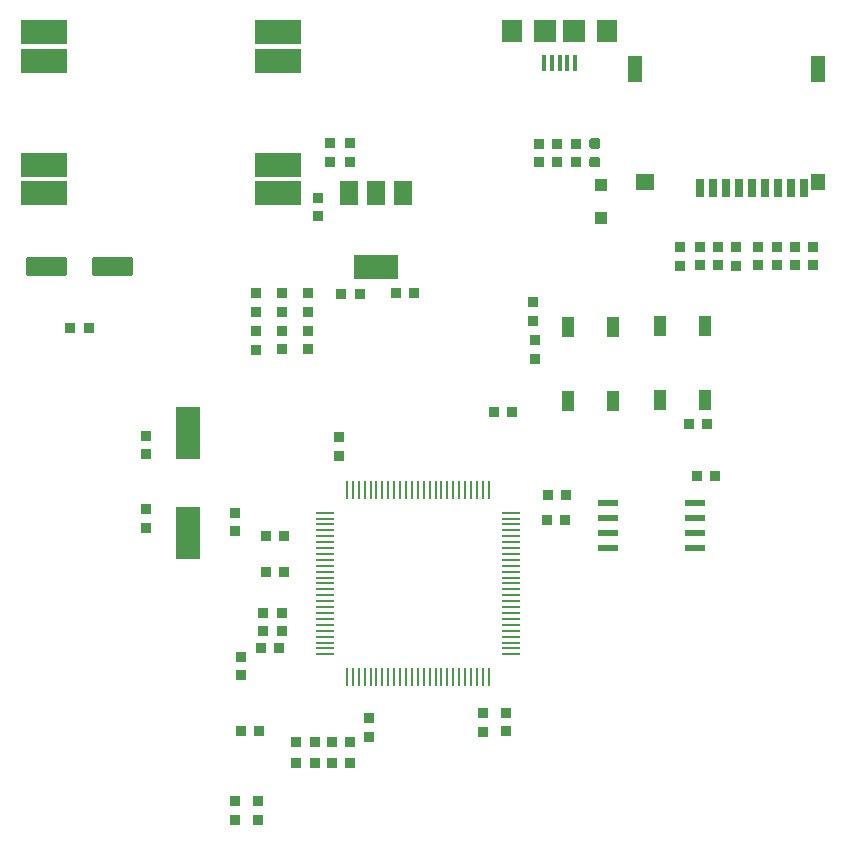
<source format=gtp>
G04 #@! TF.GenerationSoftware,KiCad,Pcbnew,6.0.0-rc1-unknown-82f657e~66~ubuntu18.10.1*
G04 #@! TF.CreationDate,2018-11-25T01:12:17-08:00*
G04 #@! TF.ProjectId,Nucleo-64-407,4e75636c-656f-42d3-9634-2d3430372e6b,rev?*
G04 #@! TF.SameCoordinates,PX328b740PY6ea0500*
G04 #@! TF.FileFunction,Paste,Top*
G04 #@! TF.FilePolarity,Positive*
%FSLAX46Y46*%
G04 Gerber Fmt 4.6, Leading zero omitted, Abs format (unit mm)*
G04 Created by KiCad (PCBNEW 6.0.0-rc1-unknown-82f657e~66~ubuntu18.10.1) date Sun 25 Nov 2018 01:12:17 AM PST*
%MOMM*%
%LPD*%
G01*
G04 APERTURE LIST*
%ADD10R,1.000000X1.700000*%
%ADD11R,1.800000X1.900000*%
%ADD12R,1.900000X1.900000*%
%ADD13R,0.400000X1.350000*%
%ADD14R,0.700000X1.600000*%
%ADD15R,1.200000X1.400000*%
%ADD16R,1.600000X1.400000*%
%ADD17R,1.200000X2.200000*%
%ADD18R,0.950000X0.875000*%
%ADD19R,0.875000X0.950000*%
%ADD20R,2.000000X4.500000*%
%ADD21R,4.000000X2.000000*%
%ADD22R,1.750000X0.550000*%
%ADD23R,1.500000X2.000000*%
%ADD24R,3.800000X2.000000*%
%ADD25R,0.280000X1.500000*%
%ADD26R,1.500000X0.280000*%
%ADD27C,0.100000*%
%ADD28C,0.875000*%
%ADD29R,1.100000X1.100000*%
%ADD30C,1.600000*%
G04 APERTURE END LIST*
D10*
G04 #@! TO.C,SW2*
X58800000Y53800000D03*
X55000000Y53800000D03*
X58800000Y47500000D03*
X55000000Y47500000D03*
G04 #@! TD*
G04 #@! TO.C,SW1*
X47200000Y47450000D03*
X51000000Y47450000D03*
X47200000Y53750000D03*
X51000000Y53750000D03*
G04 #@! TD*
D11*
G04 #@! TO.C,J3*
X42500000Y78750000D03*
X50500000Y78750000D03*
D12*
X45300000Y78750000D03*
X47700000Y78750000D03*
D13*
X45200000Y76075000D03*
X45850000Y76075000D03*
X46500000Y76075000D03*
X47150000Y76075000D03*
X47800000Y76075000D03*
G04 #@! TD*
D14*
G04 #@! TO.C,XS1*
X60600000Y65500000D03*
X59500000Y65500000D03*
X58400000Y65500000D03*
X61700000Y65500000D03*
X62800000Y65500000D03*
X63900000Y65500000D03*
X66100000Y65500000D03*
X65000000Y65500000D03*
X67200000Y65500000D03*
D15*
X68350000Y66000000D03*
D16*
X53750000Y66000000D03*
D17*
X68350000Y75600000D03*
X52850000Y75600000D03*
G04 #@! TD*
D18*
G04 #@! TO.C,D6*
X23000000Y51825000D03*
X23000000Y53400000D03*
G04 #@! TD*
G04 #@! TO.C,D5*
X25200000Y51825000D03*
X25200000Y53400000D03*
G04 #@! TD*
G04 #@! TO.C,D4*
X20800000Y51800000D03*
X20800000Y53375000D03*
G04 #@! TD*
D19*
G04 #@! TO.C,D3*
X24225000Y18600000D03*
X25800000Y18600000D03*
G04 #@! TD*
G04 #@! TO.C,D2*
X24212500Y16800000D03*
X25787500Y16800000D03*
G04 #@! TD*
D18*
G04 #@! TO.C,R23*
X23000000Y56575000D03*
X23000000Y55000000D03*
G04 #@! TD*
G04 #@! TO.C,R22*
X25200000Y56575000D03*
X25200000Y55000000D03*
G04 #@! TD*
G04 #@! TO.C,R21*
X20800000Y56575000D03*
X20800000Y55000000D03*
G04 #@! TD*
D19*
G04 #@! TO.C,R20*
X27225000Y18600000D03*
X28800000Y18600000D03*
G04 #@! TD*
G04 #@! TO.C,R19*
X27225000Y16800000D03*
X28800000Y16800000D03*
G04 #@! TD*
D18*
G04 #@! TO.C,R18*
X21000000Y13575500D03*
X21000000Y12000500D03*
G04 #@! TD*
G04 #@! TO.C,R17*
X19000000Y13575500D03*
X19000000Y12000500D03*
G04 #@! TD*
D19*
G04 #@! TO.C,R16*
X57424500Y45500000D03*
X58999500Y45500000D03*
G04 #@! TD*
D18*
G04 #@! TO.C,R15*
X46314000Y69251500D03*
X46314000Y67676500D03*
G04 #@! TD*
G04 #@! TO.C,R14*
X47902000Y69251500D03*
X47902000Y67676500D03*
G04 #@! TD*
G04 #@! TO.C,R13*
X44726500Y69251500D03*
X44726500Y67676500D03*
G04 #@! TD*
G04 #@! TO.C,R12*
X67968000Y60501000D03*
X67968000Y58926000D03*
G04 #@! TD*
G04 #@! TO.C,R11*
X66444000Y60501000D03*
X66444000Y58926000D03*
G04 #@! TD*
G04 #@! TO.C,R10*
X64920000Y60501000D03*
X64920000Y58926000D03*
G04 #@! TD*
G04 #@! TO.C,R9*
X63268000Y60501000D03*
X63268000Y58926000D03*
G04 #@! TD*
G04 #@! TO.C,R8*
X61427000Y60488500D03*
X61427000Y58913500D03*
G04 #@! TD*
G04 #@! TO.C,R7*
X59903000Y60501000D03*
X59903000Y58926000D03*
G04 #@! TD*
G04 #@! TO.C,R6*
X58379000Y60501000D03*
X58379000Y58926000D03*
G04 #@! TD*
D19*
G04 #@! TO.C,R5*
X19500000Y19500000D03*
X21075000Y19500000D03*
G04 #@! TD*
D18*
G04 #@! TO.C,R4*
X19500000Y25787500D03*
X19500000Y24212500D03*
G04 #@! TD*
G04 #@! TO.C,R3*
X19000000Y38000000D03*
X19000000Y36425000D03*
G04 #@! TD*
D19*
G04 #@! TO.C,R2*
X40925000Y46500000D03*
X42500000Y46500000D03*
G04 #@! TD*
D18*
G04 #@! TO.C,R1*
X44425000Y51000000D03*
X44425000Y52575000D03*
G04 #@! TD*
G04 #@! TO.C,C23*
X26057500Y64679500D03*
X26057500Y63104500D03*
G04 #@! TD*
D19*
G04 #@! TO.C,C21*
X5051500Y53643000D03*
X6626500Y53643000D03*
G04 #@! TD*
G04 #@! TO.C,C20*
X29601000Y56500500D03*
X28026000Y56500500D03*
G04 #@! TD*
G04 #@! TO.C,C19*
X32610500Y56564000D03*
X34185500Y56564000D03*
G04 #@! TD*
G04 #@! TO.C,C18*
X58099500Y41070000D03*
X59674500Y41070000D03*
G04 #@! TD*
D18*
G04 #@! TO.C,C17*
X27073500Y67689000D03*
X27073500Y69264000D03*
G04 #@! TD*
G04 #@! TO.C,C16*
X28724500Y67689000D03*
X28724500Y69264000D03*
G04 #@! TD*
G04 #@! TO.C,C15*
X56728000Y58913500D03*
X56728000Y60488500D03*
G04 #@! TD*
D19*
G04 #@! TO.C,C14*
X23200000Y36000000D03*
X21625000Y36000000D03*
G04 #@! TD*
G04 #@! TO.C,C13*
X23000000Y29500000D03*
X21425000Y29500000D03*
G04 #@! TD*
G04 #@! TO.C,C12*
X22787500Y26500000D03*
X21212500Y26500000D03*
G04 #@! TD*
G04 #@! TO.C,C11*
X22975000Y28000000D03*
X21400000Y28000000D03*
G04 #@! TD*
G04 #@! TO.C,C10*
X45500000Y39500000D03*
X47075000Y39500000D03*
G04 #@! TD*
D18*
G04 #@! TO.C,C9*
X42000000Y21075000D03*
X42000000Y19500000D03*
G04 #@! TD*
D19*
G04 #@! TO.C,C8*
X46975000Y37400000D03*
X45400000Y37400000D03*
G04 #@! TD*
D18*
G04 #@! TO.C,C7*
X11500000Y36712500D03*
X11500000Y38287500D03*
G04 #@! TD*
G04 #@! TO.C,C6*
X11500000Y44500000D03*
X11500000Y42925000D03*
G04 #@! TD*
D19*
G04 #@! TO.C,C5*
X23187500Y33000000D03*
X21612500Y33000000D03*
G04 #@! TD*
D18*
G04 #@! TO.C,C4*
X40000000Y19425000D03*
X40000000Y21000000D03*
G04 #@! TD*
G04 #@! TO.C,C3*
X44250000Y54250000D03*
X44250000Y55825000D03*
G04 #@! TD*
G04 #@! TO.C,C2*
X27800000Y42812500D03*
X27800000Y44387500D03*
G04 #@! TD*
G04 #@! TO.C,C1*
X30400000Y20587500D03*
X30400000Y19012500D03*
G04 #@! TD*
D20*
G04 #@! TO.C,Y1*
X15000000Y36250000D03*
X15000000Y44750000D03*
G04 #@! TD*
D21*
G04 #@! TO.C,U5*
X22628500Y67473000D03*
X22628500Y65073000D03*
X22628500Y76273000D03*
X22628500Y78673000D03*
X2828500Y67473000D03*
X2828500Y65073000D03*
X2828500Y76273000D03*
X2828500Y78673000D03*
G04 #@! TD*
D22*
G04 #@! TO.C,U4*
X57968000Y38784000D03*
X57968000Y37514000D03*
X57968000Y36244000D03*
X57968000Y34974000D03*
X50568000Y34974000D03*
X50568000Y36244000D03*
X50568000Y37514000D03*
X50568000Y38784000D03*
G04 #@! TD*
D23*
G04 #@! TO.C,U3*
X33247000Y65086500D03*
X28647000Y65086500D03*
X30947000Y65086500D03*
D24*
X30947000Y58786500D03*
G04 #@! TD*
D25*
G04 #@! TO.C,U1*
X28500000Y39900000D03*
X29000000Y39900000D03*
X29500001Y39900000D03*
X30000000Y39900000D03*
X30499999Y39900000D03*
X31000000Y39900000D03*
X31500000Y39900000D03*
X32000000Y39900001D03*
X32500000Y39900000D03*
X33000000Y39900000D03*
X33500000Y39900000D03*
X34000000Y39900000D03*
X34500000Y39900001D03*
X35000000Y39900000D03*
X35500000Y39900000D03*
X36000000Y39900000D03*
X36500000Y39900000D03*
X37000000Y39900001D03*
X37500000Y39900000D03*
X38000000Y39900000D03*
X38500001Y39900000D03*
X39000000Y39900000D03*
X39499999Y39900000D03*
X40000000Y39900000D03*
X40500000Y39900000D03*
D26*
X42400000Y38000000D03*
X42400000Y37500000D03*
X42400000Y36999999D03*
X42400000Y36500000D03*
X42400000Y36000001D03*
X42400000Y35500000D03*
X42400000Y35000000D03*
X42400001Y34500000D03*
X42400000Y34000000D03*
X42400000Y33500000D03*
X42400000Y33000000D03*
X42400000Y32500000D03*
X42400001Y32000000D03*
X42400000Y31500000D03*
X42400000Y31000000D03*
X42400000Y30500000D03*
X42400000Y30000000D03*
X42400001Y29500000D03*
X42400000Y29000000D03*
X42400000Y28500000D03*
X42400000Y27999999D03*
X42400000Y27500000D03*
X42400000Y27000001D03*
X42400000Y26500000D03*
X42400000Y26000000D03*
D25*
X40500000Y24100000D03*
X40000000Y24100000D03*
X39499999Y24100000D03*
X39000000Y24100000D03*
X38500001Y24100000D03*
X38000000Y24100000D03*
X37500000Y24100000D03*
X37000000Y24099999D03*
X36500000Y24100000D03*
X36000000Y24100000D03*
X35500000Y24100000D03*
X35000000Y24100000D03*
X34500000Y24099999D03*
X34000000Y24100000D03*
X33500000Y24100000D03*
X33000000Y24100000D03*
X32500000Y24100000D03*
X32000000Y24099999D03*
X31500000Y24100000D03*
X31000000Y24100000D03*
X30499999Y24100000D03*
X30000000Y24100000D03*
X29500001Y24100000D03*
X29000000Y24100000D03*
X28500000Y24100000D03*
D26*
X26600000Y26000000D03*
X26600000Y26500000D03*
X26600000Y27000001D03*
X26600000Y27500000D03*
X26600000Y27999999D03*
X26600000Y28500000D03*
X26600000Y29000000D03*
X26599999Y29500000D03*
X26600000Y30000000D03*
X26600000Y30500000D03*
X26600000Y31000000D03*
X26600000Y31500000D03*
X26599999Y32000000D03*
X26600000Y32500000D03*
X26600000Y33000000D03*
X26600000Y33500000D03*
X26600000Y34000000D03*
X26599999Y34500000D03*
X26600000Y35000000D03*
X26600000Y35500000D03*
X26600000Y36000001D03*
X26600000Y36500000D03*
X26600000Y36999999D03*
X26600000Y37500000D03*
X26600000Y38000000D03*
G04 #@! TD*
D27*
G04 #@! TO.C,F1*
G36*
X49766691Y68112947D02*
X49787926Y68109797D01*
X49808750Y68104581D01*
X49828962Y68097349D01*
X49848368Y68088170D01*
X49866781Y68077134D01*
X49884024Y68064346D01*
X49899930Y68049930D01*
X49914346Y68034024D01*
X49927134Y68016781D01*
X49938170Y67998368D01*
X49947349Y67978962D01*
X49954581Y67958750D01*
X49959797Y67937926D01*
X49962947Y67916691D01*
X49964000Y67895250D01*
X49964000Y67457750D01*
X49962947Y67436309D01*
X49959797Y67415074D01*
X49954581Y67394250D01*
X49947349Y67374038D01*
X49938170Y67354632D01*
X49927134Y67336219D01*
X49914346Y67318976D01*
X49899930Y67303070D01*
X49884024Y67288654D01*
X49866781Y67275866D01*
X49848368Y67264830D01*
X49828962Y67255651D01*
X49808750Y67248419D01*
X49787926Y67243203D01*
X49766691Y67240053D01*
X49745250Y67239000D01*
X49232750Y67239000D01*
X49211309Y67240053D01*
X49190074Y67243203D01*
X49169250Y67248419D01*
X49149038Y67255651D01*
X49129632Y67264830D01*
X49111219Y67275866D01*
X49093976Y67288654D01*
X49078070Y67303070D01*
X49063654Y67318976D01*
X49050866Y67336219D01*
X49039830Y67354632D01*
X49030651Y67374038D01*
X49023419Y67394250D01*
X49018203Y67415074D01*
X49015053Y67436309D01*
X49014000Y67457750D01*
X49014000Y67895250D01*
X49015053Y67916691D01*
X49018203Y67937926D01*
X49023419Y67958750D01*
X49030651Y67978962D01*
X49039830Y67998368D01*
X49050866Y68016781D01*
X49063654Y68034024D01*
X49078070Y68049930D01*
X49093976Y68064346D01*
X49111219Y68077134D01*
X49129632Y68088170D01*
X49149038Y68097349D01*
X49169250Y68104581D01*
X49190074Y68109797D01*
X49211309Y68112947D01*
X49232750Y68114000D01*
X49745250Y68114000D01*
X49766691Y68112947D01*
X49766691Y68112947D01*
G37*
D28*
X49489000Y67676500D03*
D27*
G36*
X49766691Y69687947D02*
X49787926Y69684797D01*
X49808750Y69679581D01*
X49828962Y69672349D01*
X49848368Y69663170D01*
X49866781Y69652134D01*
X49884024Y69639346D01*
X49899930Y69624930D01*
X49914346Y69609024D01*
X49927134Y69591781D01*
X49938170Y69573368D01*
X49947349Y69553962D01*
X49954581Y69533750D01*
X49959797Y69512926D01*
X49962947Y69491691D01*
X49964000Y69470250D01*
X49964000Y69032750D01*
X49962947Y69011309D01*
X49959797Y68990074D01*
X49954581Y68969250D01*
X49947349Y68949038D01*
X49938170Y68929632D01*
X49927134Y68911219D01*
X49914346Y68893976D01*
X49899930Y68878070D01*
X49884024Y68863654D01*
X49866781Y68850866D01*
X49848368Y68839830D01*
X49828962Y68830651D01*
X49808750Y68823419D01*
X49787926Y68818203D01*
X49766691Y68815053D01*
X49745250Y68814000D01*
X49232750Y68814000D01*
X49211309Y68815053D01*
X49190074Y68818203D01*
X49169250Y68823419D01*
X49149038Y68830651D01*
X49129632Y68839830D01*
X49111219Y68850866D01*
X49093976Y68863654D01*
X49078070Y68878070D01*
X49063654Y68893976D01*
X49050866Y68911219D01*
X49039830Y68929632D01*
X49030651Y68949038D01*
X49023419Y68969250D01*
X49018203Y68990074D01*
X49015053Y69011309D01*
X49014000Y69032750D01*
X49014000Y69470250D01*
X49015053Y69491691D01*
X49018203Y69512926D01*
X49023419Y69533750D01*
X49030651Y69553962D01*
X49039830Y69573368D01*
X49050866Y69591781D01*
X49063654Y69609024D01*
X49078070Y69624930D01*
X49093976Y69639346D01*
X49111219Y69652134D01*
X49129632Y69663170D01*
X49149038Y69672349D01*
X49169250Y69679581D01*
X49190074Y69684797D01*
X49211309Y69687947D01*
X49232750Y69689000D01*
X49745250Y69689000D01*
X49766691Y69687947D01*
X49766691Y69687947D01*
G37*
D28*
X49489000Y69251500D03*
G04 #@! TD*
D29*
G04 #@! TO.C,D1*
X49997000Y62977500D03*
X49997000Y65777500D03*
G04 #@! TD*
D27*
G04 #@! TO.C,C22*
G36*
X10183004Y59648796D02*
X10207273Y59645196D01*
X10231071Y59639235D01*
X10254171Y59630970D01*
X10276349Y59620480D01*
X10297393Y59607867D01*
X10317098Y59593253D01*
X10335277Y59576777D01*
X10351753Y59558598D01*
X10366367Y59538893D01*
X10378980Y59517849D01*
X10389470Y59495671D01*
X10397735Y59472571D01*
X10403696Y59448773D01*
X10407296Y59424504D01*
X10408500Y59400000D01*
X10408500Y58300000D01*
X10407296Y58275496D01*
X10403696Y58251227D01*
X10397735Y58227429D01*
X10389470Y58204329D01*
X10378980Y58182151D01*
X10366367Y58161107D01*
X10351753Y58141402D01*
X10335277Y58123223D01*
X10317098Y58106747D01*
X10297393Y58092133D01*
X10276349Y58079520D01*
X10254171Y58069030D01*
X10231071Y58060765D01*
X10207273Y58054804D01*
X10183004Y58051204D01*
X10158500Y58050000D01*
X7158500Y58050000D01*
X7133996Y58051204D01*
X7109727Y58054804D01*
X7085929Y58060765D01*
X7062829Y58069030D01*
X7040651Y58079520D01*
X7019607Y58092133D01*
X6999902Y58106747D01*
X6981723Y58123223D01*
X6965247Y58141402D01*
X6950633Y58161107D01*
X6938020Y58182151D01*
X6927530Y58204329D01*
X6919265Y58227429D01*
X6913304Y58251227D01*
X6909704Y58275496D01*
X6908500Y58300000D01*
X6908500Y59400000D01*
X6909704Y59424504D01*
X6913304Y59448773D01*
X6919265Y59472571D01*
X6927530Y59495671D01*
X6938020Y59517849D01*
X6950633Y59538893D01*
X6965247Y59558598D01*
X6981723Y59576777D01*
X6999902Y59593253D01*
X7019607Y59607867D01*
X7040651Y59620480D01*
X7062829Y59630970D01*
X7085929Y59639235D01*
X7109727Y59645196D01*
X7133996Y59648796D01*
X7158500Y59650000D01*
X10158500Y59650000D01*
X10183004Y59648796D01*
X10183004Y59648796D01*
G37*
D30*
X8658500Y58850000D03*
D27*
G36*
X4583004Y59648796D02*
X4607273Y59645196D01*
X4631071Y59639235D01*
X4654171Y59630970D01*
X4676349Y59620480D01*
X4697393Y59607867D01*
X4717098Y59593253D01*
X4735277Y59576777D01*
X4751753Y59558598D01*
X4766367Y59538893D01*
X4778980Y59517849D01*
X4789470Y59495671D01*
X4797735Y59472571D01*
X4803696Y59448773D01*
X4807296Y59424504D01*
X4808500Y59400000D01*
X4808500Y58300000D01*
X4807296Y58275496D01*
X4803696Y58251227D01*
X4797735Y58227429D01*
X4789470Y58204329D01*
X4778980Y58182151D01*
X4766367Y58161107D01*
X4751753Y58141402D01*
X4735277Y58123223D01*
X4717098Y58106747D01*
X4697393Y58092133D01*
X4676349Y58079520D01*
X4654171Y58069030D01*
X4631071Y58060765D01*
X4607273Y58054804D01*
X4583004Y58051204D01*
X4558500Y58050000D01*
X1558500Y58050000D01*
X1533996Y58051204D01*
X1509727Y58054804D01*
X1485929Y58060765D01*
X1462829Y58069030D01*
X1440651Y58079520D01*
X1419607Y58092133D01*
X1399902Y58106747D01*
X1381723Y58123223D01*
X1365247Y58141402D01*
X1350633Y58161107D01*
X1338020Y58182151D01*
X1327530Y58204329D01*
X1319265Y58227429D01*
X1313304Y58251227D01*
X1309704Y58275496D01*
X1308500Y58300000D01*
X1308500Y59400000D01*
X1309704Y59424504D01*
X1313304Y59448773D01*
X1319265Y59472571D01*
X1327530Y59495671D01*
X1338020Y59517849D01*
X1350633Y59538893D01*
X1365247Y59558598D01*
X1381723Y59576777D01*
X1399902Y59593253D01*
X1419607Y59607867D01*
X1440651Y59620480D01*
X1462829Y59630970D01*
X1485929Y59639235D01*
X1509727Y59645196D01*
X1533996Y59648796D01*
X1558500Y59650000D01*
X4558500Y59650000D01*
X4583004Y59648796D01*
X4583004Y59648796D01*
G37*
D30*
X3058500Y58850000D03*
G04 #@! TD*
M02*

</source>
